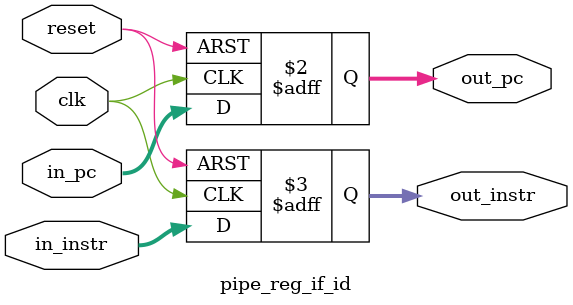
<source format=v>
module pipe_reg_if_id(
    input  wire       clk,
    input  wire       reset,
    input  wire [7:0] in_pc,
    input  wire [15:0] in_instr,
    output reg  [7:0] out_pc,
    output reg  [15:0] out_instr
);
    always @(posedge clk or posedge reset) begin
        if (reset) begin
            out_pc    <= 8'b0;
            out_instr <= 16'b0;
        end else begin
            out_pc    <= in_pc;
            out_instr <= in_instr;
        end
    end
endmodule
</source>
